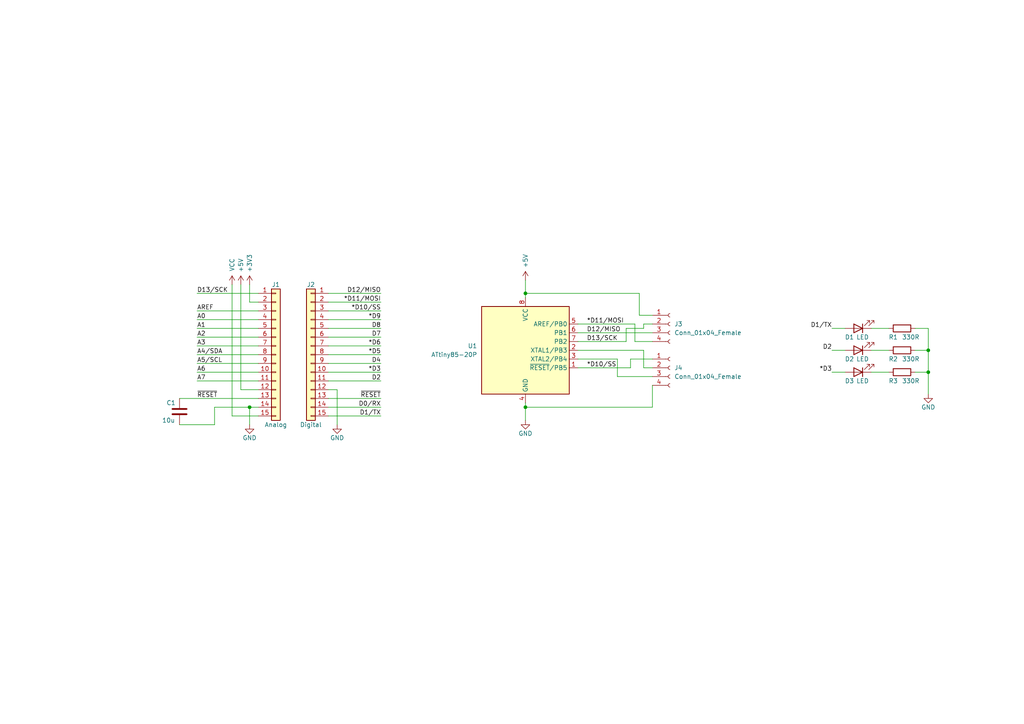
<source format=kicad_sch>
(kicad_sch (version 20211123) (generator eeschema)
  (paper "A4")
  (title_block (date "sam. 04 avril 2015"))
  (lib_symbols
    (symbol "Connector:Conn_01x04_Female" (pin_names (offset 1.016) hide)
      (property "Reference" "J" (at 0 5.08 0))
      (property "Value" "Conn_01x04_Female" (at 0 -7.62 0))
      (symbol "Conn_01x04_Female_1_1"
        (arc (start 0 -4.572) (mid -0.508 -5.08) (end 0 -5.588) (stroke (width 0.1524)))
        (arc (start 0 -2.032) (mid -0.508 -2.54) (end 0 -3.048) (stroke (width 0.1524)))
        (polyline (pts (xy -1.27 -5.08) (xy -0.508 -5.08)) (stroke (width 0.1524)))
        (polyline (pts (xy -1.27 -2.54) (xy -0.508 -2.54)) (stroke (width 0.1524)))
        (polyline (pts (xy -1.27 0) (xy -0.508 0)) (stroke (width 0.1524)))
        (polyline (pts (xy -1.27 2.54) (xy -0.508 2.54)) (stroke (width 0.1524)))
        (arc (start 0 0.508) (mid -0.508 0) (end 0 -0.508) (stroke (width 0.1524)))
        (arc (start 0 3.048) (mid -0.508 2.54) (end 0 2.032) (stroke (width 0.1524)))
        (pin passive line (at -5.08 2.54 0) (length 3.81) (name "Pin_1") (number "1"))
        (pin passive line (at -5.08 0 0) (length 3.81) (name "Pin_2") (number "2"))
        (pin passive line (at -5.08 -2.54 0) (length 3.81) (name "Pin_3") (number "3"))
        (pin passive line (at -5.08 -5.08 0) (length 3.81) (name "Pin_4") (number "4"))
      )
    )
    (symbol "Connector_Generic:Conn_01x15" (pin_names (offset 1.016) hide)
      (property "Reference" "J" (at 0 20.32 0))
      (property "Value" "Conn_01x15" (at 0 -20.32 0))
      (symbol "Conn_01x15_1_1"
        (rectangle (start -1.27 -17.653) (end 0 -17.907) (stroke (width 0.1524)))
        (rectangle (start -1.27 -15.113) (end 0 -15.367) (stroke (width 0.1524)))
        (rectangle (start -1.27 -12.573) (end 0 -12.827) (stroke (width 0.1524)))
        (rectangle (start -1.27 -10.033) (end 0 -10.287) (stroke (width 0.1524)))
        (rectangle (start -1.27 -7.493) (end 0 -7.747) (stroke (width 0.1524)))
        (rectangle (start -1.27 -4.953) (end 0 -5.207) (stroke (width 0.1524)))
        (rectangle (start -1.27 -2.413) (end 0 -2.667) (stroke (width 0.1524)))
        (rectangle (start -1.27 0.127) (end 0 -0.127) (stroke (width 0.1524)))
        (rectangle (start -1.27 2.667) (end 0 2.413) (stroke (width 0.1524)))
        (rectangle (start -1.27 5.207) (end 0 4.953) (stroke (width 0.1524)))
        (rectangle (start -1.27 7.747) (end 0 7.493) (stroke (width 0.1524)))
        (rectangle (start -1.27 10.287) (end 0 10.033) (stroke (width 0.1524)))
        (rectangle (start -1.27 12.827) (end 0 12.573) (stroke (width 0.1524)))
        (rectangle (start -1.27 15.367) (end 0 15.113) (stroke (width 0.1524)))
        (rectangle (start -1.27 17.907) (end 0 17.653) (stroke (width 0.1524)))
        (rectangle (start -1.27 19.05) (end 1.27 -19.05) (stroke (width 0.254)) (fill (type background)))
        (pin passive line (at -5.08 17.78 0) (length 3.81) (name "Pin_1") (number "1"))
        (pin passive line (at -5.08 -5.08 0) (length 3.81) (name "Pin_10") (number "10"))
        (pin passive line (at -5.08 -7.62 0) (length 3.81) (name "Pin_11") (number "11"))
        (pin passive line (at -5.08 -10.16 0) (length 3.81) (name "Pin_12") (number "12"))
        (pin passive line (at -5.08 -12.7 0) (length 3.81) (name "Pin_13") (number "13"))
        (pin passive line (at -5.08 -15.24 0) (length 3.81) (name "Pin_14") (number "14"))
        (pin passive line (at -5.08 -17.78 0) (length 3.81) (name "Pin_15") (number "15"))
        (pin passive line (at -5.08 15.24 0) (length 3.81) (name "Pin_2") (number "2"))
        (pin passive line (at -5.08 12.7 0) (length 3.81) (name "Pin_3") (number "3"))
        (pin passive line (at -5.08 10.16 0) (length 3.81) (name "Pin_4") (number "4"))
        (pin passive line (at -5.08 7.62 0) (length 3.81) (name "Pin_5") (number "5"))
        (pin passive line (at -5.08 5.08 0) (length 3.81) (name "Pin_6") (number "6"))
        (pin passive line (at -5.08 2.54 0) (length 3.81) (name "Pin_7") (number "7"))
        (pin passive line (at -5.08 0 0) (length 3.81) (name "Pin_8") (number "8"))
        (pin passive line (at -5.08 -2.54 0) (length 3.81) (name "Pin_9") (number "9"))
      )
    )
    (symbol "Device:C" (pin_numbers hide) (pin_names (offset 0.254))
      (property "Reference" "C" (at 0.635 2.54 0))
      (property "Value" "C" (at 0.635 -2.54 0))
      (symbol "C_0_1"
        (polyline (pts (xy -2.032 -0.762) (xy 2.032 -0.762)) (stroke (width 0.508)))
        (polyline (pts (xy -2.032 0.762) (xy 2.032 0.762)) (stroke (width 0.508)))
      )
      (symbol "C_1_1"
        (pin passive line (at 0 3.81 270) (length 2.794) (name "~") (number "1"))
        (pin passive line (at 0 -3.81 90) (length 2.794) (name "~") (number "2"))
      )
    )
    (symbol "Device:LED" (pin_numbers hide) (pin_names (offset 1.016) hide)
      (property "Reference" "D" (at 0 2.54 0))
      (property "Value" "LED" (at 0 -2.54 0))
      (symbol "LED_0_1"
        (polyline (pts (xy -1.27 -1.27) (xy -1.27 1.27)) (stroke (width 0.254)))
        (polyline (pts (xy -1.27 0) (xy 1.27 0)))
        (polyline (pts (xy 1.27 -1.27) (xy 1.27 1.27) (xy -1.27 0) (xy 1.27 -1.27)) (stroke (width 0.254)))
        (polyline (pts (xy -3.048 -0.762) (xy -4.572 -2.286) (xy -3.81 -2.286) (xy -4.572 -2.286) (xy -4.572 -1.524)))
        (polyline (pts (xy -1.778 -0.762) (xy -3.302 -2.286) (xy -2.54 -2.286) (xy -3.302 -2.286) (xy -3.302 -1.524)))
      )
      (symbol "LED_1_1"
        (pin passive line (at -3.81 0 0) (length 2.54) (name "K") (number "1"))
        (pin passive line (at 3.81 0 180) (length 2.54) (name "A") (number "2"))
      )
    )
    (symbol "Device:R" (pin_numbers hide) (pin_names (offset 0))
      (property "Reference" "R" (at 2.032 0 90))
      (property "Value" "R" (at 0 0 90))
      (symbol "R_0_1"
        (rectangle (start -1.016 -2.54) (end 1.016 2.54) (stroke (width 0.254)))
      )
      (symbol "R_1_1"
        (pin passive line (at 0 3.81 270) (length 1.27) (name "~") (number "1"))
        (pin passive line (at 0 -3.81 90) (length 1.27) (name "~") (number "2"))
      )
    )
    (symbol "MCU_Microchip_ATtiny:ATtiny85-20P"
      (property "Reference" "U" (at -12.7 13.97 0))
      (property "Value" "ATtiny85-20P" (at 2.54 -13.97 0))
      (symbol "ATtiny85-20P_0_1"
        (rectangle (start -12.7 -12.7) (end 12.7 12.7) (stroke (width 0.254)) (fill (type background)))
      )
      (symbol "ATtiny85-20P_1_1"
        (pin bidirectional line (at 15.24 -5.08 180) (length 2.54) (name "~{RESET}/PB5") (number "1"))
        (pin bidirectional line (at 15.24 0 180) (length 2.54) (name "XTAL1/PB3") (number "2"))
        (pin bidirectional line (at 15.24 -2.54 180) (length 2.54) (name "XTAL2/PB4") (number "3"))
        (pin power_in line (at 0 -15.24 90) (length 2.54) (name "GND") (number "4"))
        (pin bidirectional line (at 15.24 7.62 180) (length 2.54) (name "AREF/PB0") (number "5"))
        (pin bidirectional line (at 15.24 5.08 180) (length 2.54) (name "PB1") (number "6"))
        (pin bidirectional line (at 15.24 2.54 180) (length 2.54) (name "PB2") (number "7"))
        (pin power_in line (at 0 15.24 270) (length 2.54) (name "VCC") (number "8"))
      )
    )
    (symbol "power:+3.3V" (power) (pin_names (offset 0))
      (property "Value" "+3.3V" (at 0 3.556 0))
      (symbol "+3.3V_0_1"
        (polyline (pts (xy -0.762 1.27) (xy 0 2.54)))
        (polyline (pts (xy 0 0) (xy 0 2.54)))
        (polyline (pts (xy 0 2.54) (xy 0.762 1.27)))
      )
      (symbol "+3.3V_1_1"
        (pin power_in line (at 0 0 90) (length 0) hide (name "+3V3") (number "1"))
      )
    )
    (symbol "power:+5V" (power) (pin_names (offset 0))
      (property "Value" "+5V" (at 0 3.556 0))
      (symbol "+5V_0_1"
        (polyline (pts (xy -0.762 1.27) (xy 0 2.54)))
        (polyline (pts (xy 0 0) (xy 0 2.54)))
        (polyline (pts (xy 0 2.54) (xy 0.762 1.27)))
      )
      (symbol "+5V_1_1"
        (pin power_in line (at 0 0 90) (length 0) hide (name "+5V") (number "1"))
      )
    )
    (symbol "power:GND" (power) (pin_names (offset 0))
      (property "Value" "GND" (at 0 -3.81 0))
      (symbol "GND_0_1"
        (polyline (pts (xy 0 0) (xy 0 -1.27) (xy 1.27 -1.27) (xy 0 -2.54) (xy -1.27 -1.27) (xy 0 -1.27)))
      )
      (symbol "GND_1_1"
        (pin power_in line (at 0 0 270) (length 0) hide (name "GND") (number "1"))
      )
    )
    (symbol "power:VCC" (power) (pin_names (offset 0))
      (property "Value" "VCC" (at 0 3.81 0))
      (symbol "VCC_0_1"
        (polyline (pts (xy -0.762 1.27) (xy 0 2.54)))
        (polyline (pts (xy 0 0) (xy 0 2.54)))
        (polyline (pts (xy 0 2.54) (xy 0.762 1.27)))
      )
      (symbol "VCC_1_1"
        (pin power_in line (at 0 0 90) (length 0) hide (name "VCC") (number "1"))
      )
    )
  )
  (junction (at 269.24 101.6))
  (junction (at 72.39 118.11))
  (junction (at 152.4 85.09))
  (junction (at 269.24 107.95))
  (junction (at 152.4 118.11))
  (wire (pts (xy 95.25 118.11) (xy 110.49 118.11)))
  (wire (pts (xy 74.93 87.63) (xy 72.39 87.63)))
  (wire (pts (xy 252.73 107.95) (xy 257.81 107.95)))
  (wire (pts (xy 152.4 85.09) (xy 185.42 85.09)))
  (wire (pts (xy 269.24 95.25) (xy 269.24 101.6)))
  (wire (pts (xy 269.24 107.95) (xy 269.24 114.3)))
  (wire (pts (xy 57.15 97.79) (xy 74.93 97.79)))
  (wire (pts (xy 57.15 102.87) (xy 74.93 102.87)))
  (wire (pts (xy 69.85 82.55) (xy 69.85 113.03)))
  (wire (pts (xy 74.93 113.03) (xy 69.85 113.03)))
  (wire (pts (xy 167.64 96.52) (xy 189.23 96.52)))
  (wire (pts (xy 184.15 93.98) (xy 184.15 99.06)))
  (wire (pts (xy 186.69 106.68) (xy 189.23 106.68)))
  (wire (pts (xy 57.15 100.33) (xy 74.93 100.33)))
  (wire (pts (xy 95.25 90.17) (xy 110.49 90.17)))
  (wire (pts (xy 241.3 95.25) (xy 245.11 95.25)))
  (wire (pts (xy 152.4 116.84) (xy 152.4 118.11)))
  (wire (pts (xy 241.3 107.95) (xy 245.11 107.95)))
  (wire (pts (xy 181.61 95.25) (xy 186.69 95.25)))
  (wire (pts (xy 186.69 101.6) (xy 186.69 106.68)))
  (wire (pts (xy 95.25 95.25) (xy 110.49 95.25)))
  (wire (pts (xy 95.25 97.79) (xy 110.49 97.79)))
  (wire (pts (xy 189.23 111.76) (xy 189.23 118.11)))
  (wire (pts (xy 62.23 123.19) (xy 62.23 118.11)))
  (wire (pts (xy 95.25 110.49) (xy 110.49 110.49)))
  (wire (pts (xy 189.23 118.11) (xy 152.4 118.11)))
  (wire (pts (xy 167.64 93.98) (xy 184.15 93.98)))
  (wire (pts (xy 186.69 95.25) (xy 186.69 93.98)))
  (wire (pts (xy 265.43 101.6) (xy 269.24 101.6)))
  (wire (pts (xy 57.15 90.17) (xy 74.93 90.17)))
  (wire (pts (xy 152.4 85.09) (xy 152.4 86.36)))
  (wire (pts (xy 252.73 95.25) (xy 257.81 95.25)))
  (wire (pts (xy 95.25 102.87) (xy 110.49 102.87)))
  (wire (pts (xy 72.39 82.55) (xy 72.39 87.63)))
  (wire (pts (xy 95.25 113.03) (xy 97.79 113.03)))
  (wire (pts (xy 95.25 85.09) (xy 110.49 85.09)))
  (wire (pts (xy 67.31 82.55) (xy 67.31 120.65)))
  (wire (pts (xy 74.93 120.65) (xy 67.31 120.65)))
  (wire (pts (xy 52.07 115.57) (xy 74.93 115.57)))
  (wire (pts (xy 152.4 118.11) (xy 152.4 121.92)))
  (wire (pts (xy 95.25 100.33) (xy 110.49 100.33)))
  (wire (pts (xy 95.25 105.41) (xy 110.49 105.41)))
  (wire (pts (xy 269.24 101.6) (xy 269.24 107.95)))
  (wire (pts (xy 252.73 101.6) (xy 257.81 101.6)))
  (wire (pts (xy 181.61 99.06) (xy 181.61 95.25)))
  (wire (pts (xy 57.15 92.71) (xy 74.93 92.71)))
  (wire (pts (xy 186.69 93.98) (xy 189.23 93.98)))
  (wire (pts (xy 185.42 85.09) (xy 185.42 91.44)))
  (wire (pts (xy 179.07 109.22) (xy 189.23 109.22)))
  (wire (pts (xy 57.15 85.09) (xy 74.93 85.09)))
  (wire (pts (xy 152.4 81.28) (xy 152.4 85.09)))
  (wire (pts (xy 95.25 107.95) (xy 110.49 107.95)))
  (wire (pts (xy 57.15 110.49) (xy 74.93 110.49)))
  (wire (pts (xy 57.15 105.41) (xy 74.93 105.41)))
  (wire (pts (xy 189.23 91.44) (xy 185.42 91.44)))
  (wire (pts (xy 167.64 104.14) (xy 179.07 104.14)))
  (wire (pts (xy 95.25 92.71) (xy 110.49 92.71)))
  (wire (pts (xy 95.25 115.57) (xy 110.49 115.57)))
  (wire (pts (xy 241.3 101.6) (xy 245.11 101.6)))
  (wire (pts (xy 97.79 113.03) (xy 97.79 123.19)))
  (wire (pts (xy 265.43 107.95) (xy 269.24 107.95)))
  (wire (pts (xy 182.88 104.14) (xy 182.88 106.68)))
  (wire (pts (xy 95.25 120.65) (xy 110.49 120.65)))
  (wire (pts (xy 57.15 107.95) (xy 74.93 107.95)))
  (wire (pts (xy 184.15 99.06) (xy 189.23 99.06)))
  (wire (pts (xy 189.23 104.14) (xy 182.88 104.14)))
  (wire (pts (xy 265.43 95.25) (xy 269.24 95.25)))
  (wire (pts (xy 52.07 123.19) (xy 62.23 123.19)))
  (wire (pts (xy 167.64 101.6) (xy 186.69 101.6)))
  (wire (pts (xy 72.39 118.11) (xy 72.39 123.19)))
  (wire (pts (xy 74.93 118.11) (xy 72.39 118.11)))
  (wire (pts (xy 167.64 106.68) (xy 182.88 106.68)))
  (wire (pts (xy 179.07 104.14) (xy 179.07 109.22)))
  (wire (pts (xy 57.15 95.25) (xy 74.93 95.25)))
  (wire (pts (xy 167.64 99.06) (xy 181.61 99.06)))
  (wire (pts (xy 62.23 118.11) (xy 72.39 118.11)))
  (wire (pts (xy 95.25 87.63) (xy 110.49 87.63)))
  (label "D4" (at 110.49 105.41 180))
  (label "D12{slash}MISO" (at 170.18 96.52 0))
  (label "*D5" (at 110.49 102.87 180))
  (label "D13{slash}SCK" (at 170.18 99.06 0))
  (label "D2" (at 241.3 101.6 180))
  (label "A2" (at 57.15 97.79 0))
  (label "D7" (at 110.49 97.79 180))
  (label "*D11{slash}MOSI" (at 170.18 93.98 0))
  (label "D13{slash}SCK" (at 57.15 85.09 0))
  (label "A7" (at 57.15 110.49 0))
  (label "*D6" (at 110.49 100.33 180))
  (label "*D11{slash}MOSI" (at 110.49 87.63 180))
  (label "A1" (at 57.15 95.25 0))
  (label "A4{slash}SDA" (at 57.15 102.87 0))
  (label "A5{slash}SCL" (at 57.15 105.41 0))
  (label "A3" (at 57.15 100.33 0))
  (label "~{RESET}" (at 110.49 115.57 180))
  (label "~{RESET}" (at 57.15 115.57 0))
  (label "A6" (at 57.15 107.95 0))
  (label "D1{slash}TX" (at 241.3 95.25 180))
  (label "A0" (at 57.15 92.71 0))
  (label "*D9" (at 110.49 92.71 180))
  (label "*D3" (at 110.49 107.95 180))
  (label "D2" (at 110.49 110.49 180))
  (label "D8" (at 110.49 95.25 180))
  (label "D1{slash}TX" (at 110.49 120.65 180))
  (label "D0{slash}RX" (at 110.49 118.11 180))
  (label "*D10{slash}SS" (at 170.18 106.68 0))
  (label "AREF" (at 57.15 90.17 0))
  (label "*D3" (at 241.3 107.95 180))
  (label "*D10{slash}SS" (at 110.49 90.17 180))
  (label "D12{slash}MISO" (at 110.49 85.09 180))
  (symbol (lib_id "Connector_Generic:Conn_01x15") (at 80.01 102.87 0) (unit 1)
    (property "Reference" "J1" (at 80.01 82.55 0))
    (property "Value" "Analog" (at 80.01 123.19 0))
    (property "Footprint" "Connector_PinSocket_2.54mm:PinSocket_1x15_P2.54mm_Vertical" (effects hide))
  )
  (symbol (lib_id "Connector_Generic:Conn_01x15") (at 90.17 102.87 0) (mirror y) (unit 1)
    (property "Reference" "J2" (at 90.17 82.55 0))
    (property "Value" "Digital" (at 90.17 123.19 0))
    (property "Footprint" "Connector_PinSocket_2.54mm:PinSocket_1x15_P2.54mm_Vertical" (effects hide))
  )
  (symbol (lib_id "Connector:Conn_01x04_Female") (at 194.31 106.68 0) (unit 1)
    (property "Reference" "J4" (at 195.58 106.6799 0) (effects (justify left)))
    (property "Value" "Conn_01x04_Female" (at 195.58 109.2199 0) (effects (justify left)))
    (property "Footprint" "Connector_PinSocket_2.54mm:PinSocket_1x04_P2.54mm_Vertical" (effects hide))
  )
  (symbol (lib_id "Device:R") (at 261.62 95.25 90) (unit 1)
    (property "Reference" "R1" (at 259.08 97.79 90))
    (property "Value" "330R" (at 264.16 97.79 90))
    (property "Footprint" "Resistor_SMD:R_0603_1608Metric" (effects hide))
  )
  (symbol (lib_id "power:GND") (at 152.4 121.92 0) (unit 1)
    (property "Reference" "#PWR02" (effects hide))
    (property "Value" "GND" (at 152.4 125.73 0))
  )
  (symbol (lib_id "Device:LED") (at 248.92 101.6 180) (unit 1)
    (property "Reference" "D2" (at 246.38 104.14 0))
    (property "Value" "LED" (at 250.19 104.14 0))
    (property "Footprint" "LED_SMD:LED_0603_1608Metric" (effects hide))
  )
  (symbol (lib_id "Device:LED") (at 248.92 107.95 180) (unit 1)
    (property "Reference" "D3" (at 246.38 110.49 0))
    (property "Value" "LED" (at 250.19 110.49 0))
    (property "Footprint" "LED_SMD:LED_0603_1608Metric" (effects hide))
  )
  (symbol (lib_id "power:GND") (at 269.24 114.3 0) (unit 1)
    (property "Reference" "#PWR03" (effects hide))
    (property "Value" "GND" (at 269.24 118.11 0))
  )
  (symbol (lib_id "power:+5V") (at 69.85 82.55 0) (unit 1)
    (property "Reference" "#PWR0103" (effects hide))
    (property "Value" "+5V" (at 69.85 78.994 90) (effects (justify left)))
  )
  (symbol (lib_id "power:+3.3V") (at 72.39 82.55 0) (unit 1)
    (property "Reference" "#PWR0102" (effects hide))
    (property "Value" "+3.3V" (at 72.39 78.994 90) (effects (justify left)))
  )
  (symbol (lib_id "Device:R") (at 261.62 107.95 90) (unit 1)
    (property "Reference" "R3" (at 259.08 110.49 90))
    (property "Value" "330R" (at 264.16 110.49 90))
    (property "Footprint" "Resistor_SMD:R_0603_1608Metric" (effects hide))
  )
  (symbol (lib_id "Device:LED") (at 248.92 95.25 180) (unit 1)
    (property "Reference" "D1" (at 246.38 97.79 0))
    (property "Value" "LED" (at 250.19 97.79 0))
    (property "Footprint" "LED_SMD:LED_0603_1608Metric" (effects hide))
  )
  (symbol (lib_id "power:VCC") (at 67.31 82.55 0) (unit 1)
    (property "Reference" "#PWR0101" (effects hide))
    (property "Value" "VCC" (at 67.31 78.74 90) (effects (justify left)))
  )
  (symbol (lib_id "Connector:Conn_01x04_Female") (at 194.31 93.98 0) (unit 1)
    (property "Reference" "J3" (at 195.58 93.9799 0) (effects (justify left)))
    (property "Value" "Conn_01x04_Female" (at 195.58 96.5199 0) (effects (justify left)))
    (property "Footprint" "Connector_PinSocket_2.54mm:PinSocket_1x04_P2.54mm_Vertical" (effects hide))
  )
  (symbol (lib_id "power:+5V") (at 152.4 81.28 0) (unit 1)
    (property "Reference" "#PWR01" (effects hide))
    (property "Value" "+5V" (at 152.4 77.724 90) (effects (justify left)))
  )
  (symbol (lib_id "power:GND") (at 97.79 123.19 0) (unit 1)
    (property "Reference" "#PWR0105" (effects hide))
    (property "Value" "GND" (at 97.79 127 0))
  )
  (symbol (lib_id "MCU_Microchip_ATtiny:ATtiny85-20P") (at 152.4 101.6 0) (unit 1)
    (property "Reference" "U1" (at 138.43 100.3299 0) (effects (justify right)))
    (property "Value" "ATtiny85-20P" (at 138.43 102.8699 0) (effects (justify right)))
    (property "Footprint" "Package_DIP:DIP-8_W7.62mm_Socket" (effects hide))
    (property "Datasheet" "http://ww1.microchip.com/downloads/en/DeviceDoc/atmel-2586-avr-8-bit-microcontroller-attiny25-attiny45-attiny85_datasheet.pdf" (effects hide))
  )
  (symbol (lib_id "Device:R") (at 261.62 101.6 90) (unit 1)
    (property "Reference" "R2" (at 259.08 104.14 90))
    (property "Value" "330R" (at 264.16 104.14 90))
    (property "Footprint" "Resistor_SMD:R_0603_1608Metric" (effects hide))
  )
  (symbol (lib_id "Device:C") (at 52.07 119.38 0) (unit 1)
    (property "Reference" "C1" (at 48.26 116.84 0) (effects (justify left)))
    (property "Value" "10u" (at 46.99 121.92 0) (effects (justify left)))
    (property "Footprint" "Capacitor_SMD:C_0603_1608Metric" (effects hide))
  )
  (symbol (lib_id "power:GND") (at 72.39 123.19 0) (unit 1)
    (property "Reference" "#PWR0104" (effects hide))
    (property "Value" "GND" (at 72.39 127 0))
  )
)
</source>
